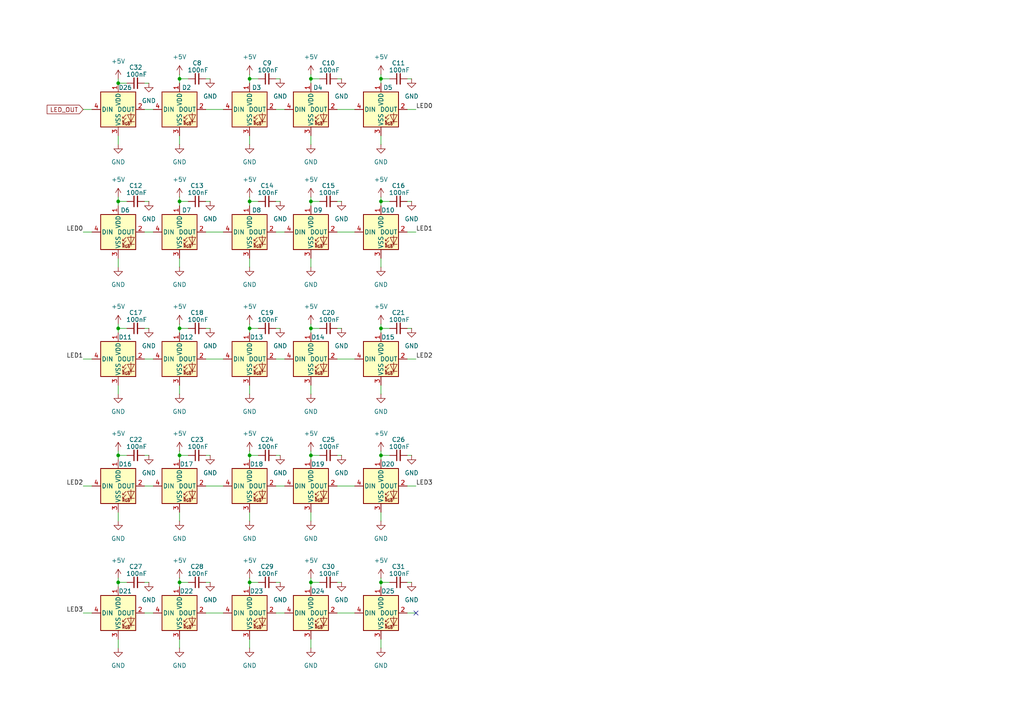
<source format=kicad_sch>
(kicad_sch (version 20250114) (generator "eeschema") (generator_version "9.0")
  (paper "A4")
  (lib_symbols
    (symbol "Device:C_Small" (pin_numbers (hide yes)) (pin_names (offset 0.254) (hide yes))
      (property "Reference" "C" (at 0.254 1.778 0))
      (property "Value" "C_Small" (at 0.254 -2.032 0))
      (symbol "C_Small_0_1"
        (polyline (pts (xy -1.524 0.508) (xy 1.524 0.508)) (stroke (width 0.3048)))
        (polyline (pts (xy -1.524 -0.508) (xy 1.524 -0.508)) (stroke (width 0.3302)))
      )
      (symbol "C_Small_1_1"
        (pin passive line (at 0 2.54 270) (length 2.032) (name "~") (number "1"))
        (pin passive line (at 0 -2.54 90) (length 2.032) (name "~") (number "2"))
      )
    )
    (symbol "LED:WS2812B" (pin_names (offset 0.254))
      (property "Reference" "D" (at 5.08 5.715 0))
      (property "Value" "WS2812B" (at 1.27 -5.715 0))
      (symbol "WS2812B_0_0"
        (text "RGB" (at 2.286 -4.191 0) (effects (font (size 0.762 0.762))))
      )
      (symbol "WS2812B_0_1"
        (polyline (pts (xy 1.27 -2.54) (xy 1.778 -2.54)))
        (polyline (pts (xy 1.27 -3.556) (xy 1.778 -3.556)))
        (polyline (pts (xy 2.286 -1.524) (xy 1.27 -2.54) (xy 1.27 -2.032)))
        (polyline (pts (xy 2.286 -2.54) (xy 1.27 -3.556) (xy 1.27 -3.048)))
        (polyline (pts (xy 3.683 -1.016) (xy 3.683 -3.556) (xy 3.683 -4.064)))
        (polyline (pts (xy 4.699 -1.524) (xy 2.667 -1.524) (xy 3.683 -3.556) (xy 4.699 -1.524)))
        (polyline (pts (xy 4.699 -3.556) (xy 2.667 -3.556)))
        (rectangle (start 5.08 5.08) (end -5.08 -5.08) (stroke (width 0.254)) (fill (type background)))
      )
      (symbol "WS2812B_1_1"
        (pin input line (at -7.62 0 0) (length 2.54) (name "DIN") (number "4"))
        (pin power_in line (at 0 7.62 270) (length 2.54) (name "VDD") (number "1"))
        (pin power_in line (at 0 -7.62 90) (length 2.54) (name "VSS") (number "3"))
        (pin output line (at 7.62 0 180) (length 2.54) (name "DOUT") (number "2"))
      )
    )
    (symbol "power:+5V" (power) (pin_numbers (hide yes)) (pin_names (offset 0) (hide yes))
      (property "Value" "+5V" (at 0 3.556 0))
      (symbol "+5V_0_1"
        (polyline (pts (xy -0.762 1.27) (xy 0 2.54)))
        (polyline (pts (xy 0 2.54) (xy 0.762 1.27)))
        (polyline (pts (xy 0 0) (xy 0 2.54)))
      )
      (symbol "+5V_1_1"
        (pin power_in line (at 0 0 90) (length 0) (name "~") (number "1"))
      )
    )
    (symbol "power:GND" (power) (pin_numbers (hide yes)) (pin_names (offset 0) (hide yes))
      (property "Value" "GND" (at 0 -3.81 0))
      (symbol "GND_0_1"
        (polyline (pts (xy 0 0) (xy 0 -1.27) (xy 1.27 -1.27) (xy 0 -2.54) (xy -1.27 -1.27) (xy 0 -1.27)))
      )
      (symbol "GND_1_1"
        (pin power_in line (at 0 0 270) (length 0) (name "~") (number "1"))
      )
    )
  )
  (junction (at 90.17 22.86))
  (junction (at 90.17 95.25))
  (junction (at 72.39 168.91))
  (junction (at 34.29 24.13))
  (junction (at 72.39 58.42))
  (junction (at 72.39 22.86))
  (junction (at 34.29 168.91))
  (junction (at 110.49 58.42))
  (junction (at 34.29 132.08))
  (junction (at 72.39 132.08))
  (junction (at 110.49 132.08))
  (junction (at 52.07 168.91))
  (junction (at 110.49 168.91))
  (junction (at 90.17 168.91))
  (junction (at 72.39 95.25))
  (junction (at 110.49 22.86))
  (junction (at 52.07 22.86))
  (junction (at 110.49 95.25))
  (junction (at 90.17 58.42))
  (junction (at 52.07 58.42))
  (junction (at 52.07 95.25))
  (junction (at 52.07 132.08))
  (junction (at 34.29 58.42))
  (junction (at 90.17 132.08))
  (junction (at 34.29 95.25))
  (no_connect (at 120.65 177.8))
  (wire (pts (xy 90.17 168.91) (xy 92.71 168.91)))
  (wire (pts (xy 72.39 95.25) (xy 72.39 96.52)))
  (wire (pts (xy 118.11 31.75) (xy 120.65 31.75)))
  (wire (pts (xy 52.07 21.59) (xy 52.07 22.86)))
  (wire (pts (xy 34.29 95.25) (xy 34.29 96.52)))
  (wire (pts (xy 52.07 95.25) (xy 54.61 95.25)))
  (wire (pts (xy 90.17 168.91) (xy 90.17 170.18)))
  (wire (pts (xy 110.49 39.37) (xy 110.49 41.91)))
  (wire (pts (xy 52.07 148.59) (xy 52.07 151.13)))
  (wire (pts (xy 72.39 22.86) (xy 74.93 22.86)))
  (wire (pts (xy 110.49 132.08) (xy 113.03 132.08)))
  (wire (pts (xy 80.01 132.08) (xy 81.28 132.08)))
  (wire (pts (xy 24.13 67.31) (xy 26.67 67.31)))
  (wire (pts (xy 34.29 22.86) (xy 34.29 24.13)))
  (wire (pts (xy 72.39 185.42) (xy 72.39 187.96)))
  (wire (pts (xy 90.17 58.42) (xy 92.71 58.42)))
  (wire (pts (xy 72.39 132.08) (xy 72.39 133.35)))
  (wire (pts (xy 52.07 22.86) (xy 54.61 22.86)))
  (wire (pts (xy 80.01 31.75) (xy 82.55 31.75)))
  (wire (pts (xy 59.69 67.31) (xy 64.77 67.31)))
  (wire (pts (xy 41.91 67.31) (xy 44.45 67.31)))
  (wire (pts (xy 110.49 130.81) (xy 110.49 132.08)))
  (wire (pts (xy 110.49 185.42) (xy 110.49 187.96)))
  (wire (pts (xy 90.17 185.42) (xy 90.17 187.96)))
  (wire (pts (xy 34.29 93.98) (xy 34.29 95.25)))
  (wire (pts (xy 34.29 185.42) (xy 34.29 187.96)))
  (wire (pts (xy 97.79 177.8) (xy 102.87 177.8)))
  (wire (pts (xy 90.17 57.15) (xy 90.17 58.42)))
  (wire (pts (xy 52.07 39.37) (xy 52.07 41.91)))
  (wire (pts (xy 34.29 74.93) (xy 34.29 77.47)))
  (wire (pts (xy 90.17 148.59) (xy 90.17 151.13)))
  (wire (pts (xy 34.29 24.13) (xy 34.29 25.4)))
  (wire (pts (xy 34.29 24.13) (xy 36.83 24.13)))
  (wire (pts (xy 110.49 22.86) (xy 110.49 24.13)))
  (wire (pts (xy 41.91 24.13) (xy 43.18 24.13)))
  (wire (pts (xy 41.91 104.14) (xy 44.45 104.14)))
  (wire (pts (xy 80.01 22.86) (xy 81.28 22.86)))
  (wire (pts (xy 110.49 21.59) (xy 110.49 22.86)))
  (wire (pts (xy 80.01 177.8) (xy 82.55 177.8)))
  (wire (pts (xy 118.11 95.25) (xy 119.38 95.25)))
  (wire (pts (xy 59.69 95.25) (xy 60.96 95.25)))
  (wire (pts (xy 80.01 104.14) (xy 82.55 104.14)))
  (wire (pts (xy 90.17 130.81) (xy 90.17 132.08)))
  (wire (pts (xy 72.39 132.08) (xy 74.93 132.08)))
  (wire (pts (xy 24.13 104.14) (xy 26.67 104.14)))
  (wire (pts (xy 59.69 58.42) (xy 60.96 58.42)))
  (wire (pts (xy 52.07 57.15) (xy 52.07 58.42)))
  (wire (pts (xy 34.29 39.37) (xy 34.29 41.91)))
  (wire (pts (xy 72.39 167.64) (xy 72.39 168.91)))
  (wire (pts (xy 34.29 95.25) (xy 36.83 95.25)))
  (wire (pts (xy 52.07 95.25) (xy 52.07 96.52)))
  (wire (pts (xy 110.49 58.42) (xy 113.03 58.42)))
  (wire (pts (xy 34.29 168.91) (xy 36.83 168.91)))
  (wire (pts (xy 80.01 58.42) (xy 81.28 58.42)))
  (wire (pts (xy 59.69 31.75) (xy 64.77 31.75)))
  (wire (pts (xy 110.49 111.76) (xy 110.49 114.3)))
  (wire (pts (xy 41.91 31.75) (xy 44.45 31.75)))
  (wire (pts (xy 59.69 132.08) (xy 60.96 132.08)))
  (wire (pts (xy 52.07 130.81) (xy 52.07 132.08)))
  (wire (pts (xy 97.79 95.25) (xy 99.06 95.25)))
  (wire (pts (xy 72.39 95.25) (xy 74.93 95.25)))
  (wire (pts (xy 90.17 167.64) (xy 90.17 168.91)))
  (wire (pts (xy 118.11 22.86) (xy 119.38 22.86)))
  (wire (pts (xy 34.29 148.59) (xy 34.29 151.13)))
  (wire (pts (xy 90.17 132.08) (xy 92.71 132.08)))
  (wire (pts (xy 72.39 39.37) (xy 72.39 41.91)))
  (wire (pts (xy 90.17 58.42) (xy 90.17 59.69)))
  (wire (pts (xy 34.29 57.15) (xy 34.29 58.42)))
  (wire (pts (xy 72.39 58.42) (xy 74.93 58.42)))
  (wire (pts (xy 72.39 22.86) (xy 72.39 24.13)))
  (wire (pts (xy 118.11 104.14) (xy 120.65 104.14)))
  (wire (pts (xy 110.49 93.98) (xy 110.49 95.25)))
  (wire (pts (xy 41.91 177.8) (xy 44.45 177.8)))
  (wire (pts (xy 34.29 58.42) (xy 34.29 59.69)))
  (wire (pts (xy 97.79 22.86) (xy 99.06 22.86)))
  (wire (pts (xy 90.17 95.25) (xy 92.71 95.25)))
  (wire (pts (xy 90.17 22.86) (xy 92.71 22.86)))
  (wire (pts (xy 41.91 95.25) (xy 43.18 95.25)))
  (wire (pts (xy 52.07 58.42) (xy 54.61 58.42)))
  (wire (pts (xy 110.49 132.08) (xy 110.49 133.35)))
  (wire (pts (xy 118.11 67.31) (xy 120.65 67.31)))
  (wire (pts (xy 110.49 58.42) (xy 110.49 59.69)))
  (wire (pts (xy 41.91 132.08) (xy 43.18 132.08)))
  (wire (pts (xy 110.49 95.25) (xy 113.03 95.25)))
  (wire (pts (xy 52.07 185.42) (xy 52.07 187.96)))
  (wire (pts (xy 34.29 132.08) (xy 34.29 133.35)))
  (wire (pts (xy 59.69 177.8) (xy 64.77 177.8)))
  (wire (pts (xy 52.07 111.76) (xy 52.07 114.3)))
  (wire (pts (xy 72.39 130.81) (xy 72.39 132.08)))
  (wire (pts (xy 72.39 57.15) (xy 72.39 58.42)))
  (wire (pts (xy 59.69 104.14) (xy 64.77 104.14)))
  (wire (pts (xy 34.29 168.91) (xy 34.29 170.18)))
  (wire (pts (xy 118.11 168.91) (xy 119.38 168.91)))
  (wire (pts (xy 110.49 167.64) (xy 110.49 168.91)))
  (wire (pts (xy 97.79 67.31) (xy 102.87 67.31)))
  (wire (pts (xy 90.17 74.93) (xy 90.17 77.47)))
  (wire (pts (xy 110.49 168.91) (xy 110.49 170.18)))
  (wire (pts (xy 59.69 140.97) (xy 64.77 140.97)))
  (wire (pts (xy 80.01 140.97) (xy 82.55 140.97)))
  (wire (pts (xy 24.13 177.8) (xy 26.67 177.8)))
  (wire (pts (xy 118.11 140.97) (xy 120.65 140.97)))
  (wire (pts (xy 52.07 167.64) (xy 52.07 168.91)))
  (wire (pts (xy 72.39 58.42) (xy 72.39 59.69)))
  (wire (pts (xy 34.29 130.81) (xy 34.29 132.08)))
  (wire (pts (xy 34.29 111.76) (xy 34.29 114.3)))
  (wire (pts (xy 90.17 21.59) (xy 90.17 22.86)))
  (wire (pts (xy 110.49 148.59) (xy 110.49 151.13)))
  (wire (pts (xy 52.07 22.86) (xy 52.07 24.13)))
  (wire (pts (xy 72.39 148.59) (xy 72.39 151.13)))
  (wire (pts (xy 110.49 168.91) (xy 113.03 168.91)))
  (wire (pts (xy 90.17 93.98) (xy 90.17 95.25)))
  (wire (pts (xy 72.39 93.98) (xy 72.39 95.25)))
  (wire (pts (xy 118.11 132.08) (xy 119.38 132.08)))
  (wire (pts (xy 72.39 168.91) (xy 74.93 168.91)))
  (wire (pts (xy 59.69 168.91) (xy 60.96 168.91)))
  (wire (pts (xy 34.29 132.08) (xy 36.83 132.08)))
  (wire (pts (xy 90.17 39.37) (xy 90.17 41.91)))
  (wire (pts (xy 41.91 58.42) (xy 43.18 58.42)))
  (wire (pts (xy 110.49 74.93) (xy 110.49 77.47)))
  (wire (pts (xy 80.01 95.25) (xy 81.28 95.25)))
  (wire (pts (xy 118.11 177.8) (xy 120.65 177.8)))
  (wire (pts (xy 59.69 22.86) (xy 60.96 22.86)))
  (wire (pts (xy 110.49 57.15) (xy 110.49 58.42)))
  (wire (pts (xy 24.13 31.75) (xy 26.67 31.75)))
  (wire (pts (xy 72.39 168.91) (xy 72.39 170.18)))
  (wire (pts (xy 52.07 132.08) (xy 54.61 132.08)))
  (wire (pts (xy 52.07 74.93) (xy 52.07 77.47)))
  (wire (pts (xy 52.07 132.08) (xy 52.07 133.35)))
  (wire (pts (xy 52.07 168.91) (xy 52.07 170.18)))
  (wire (pts (xy 90.17 111.76) (xy 90.17 114.3)))
  (wire (pts (xy 52.07 168.91) (xy 54.61 168.91)))
  (wire (pts (xy 41.91 168.91) (xy 43.18 168.91)))
  (wire (pts (xy 72.39 74.93) (xy 72.39 77.47)))
  (wire (pts (xy 97.79 31.75) (xy 102.87 31.75)))
  (wire (pts (xy 97.79 132.08) (xy 99.06 132.08)))
  (wire (pts (xy 34.29 58.42) (xy 36.83 58.42)))
  (wire (pts (xy 118.11 58.42) (xy 119.38 58.42)))
  (wire (pts (xy 52.07 58.42) (xy 52.07 59.69)))
  (wire (pts (xy 80.01 168.91) (xy 81.28 168.91)))
  (wire (pts (xy 52.07 93.98) (xy 52.07 95.25)))
  (wire (pts (xy 97.79 104.14) (xy 102.87 104.14)))
  (wire (pts (xy 80.01 67.31) (xy 82.55 67.31)))
  (wire (pts (xy 72.39 111.76) (xy 72.39 114.3)))
  (wire (pts (xy 110.49 95.25) (xy 110.49 96.52)))
  (wire (pts (xy 72.39 21.59) (xy 72.39 22.86)))
  (wire (pts (xy 90.17 95.25) (xy 90.17 96.52)))
  (wire (pts (xy 90.17 22.86) (xy 90.17 24.13)))
  (wire (pts (xy 24.13 140.97) (xy 26.67 140.97)))
  (wire (pts (xy 110.49 22.86) (xy 113.03 22.86)))
  (wire (pts (xy 97.79 140.97) (xy 102.87 140.97)))
  (wire (pts (xy 41.91 140.97) (xy 44.45 140.97)))
  (wire (pts (xy 97.79 168.91) (xy 99.06 168.91)))
  (wire (pts (xy 97.79 58.42) (xy 99.06 58.42)))
  (wire (pts (xy 34.29 167.64) (xy 34.29 168.91)))
  (wire (pts (xy 90.17 132.08) (xy 90.17 133.35)))
  (label "LED0" (at 24.13 67.31 180))
  (label "LED2" (at 24.13 140.97 180))
  (label "LED3" (at 24.13 177.8 180))
  (label "LED1" (at 120.65 67.31 0))
  (label "LED0" (at 120.65 31.75 0))
  (label "LED3" (at 120.65 140.97 0))
  (label "LED1" (at 24.13 104.14 180))
  (label "LED2" (at 120.65 104.14 0))
  (global_label "LED_OUT" (shape input) (at 24.13 31.75 180) (property "Intersheetrefs" "${INTERSHEET_REFS}" (effects (hide yes))))
  (symbol (lib_id "power:GND") (at 34.29 77.47 0) (unit 1)
    (property "Reference" "#PWR039" (effects (hide yes)))
    (property "Value" "GND" (at 34.29 82.55 0))
    (property "Description" "Power symbol creates a global label with name \"GND\" , ground" (effects (hide yes)))
  )
  (symbol (lib_id "power:GND") (at 99.06 58.42 0) (unit 1)
    (property "Reference" "#PWR049" (effects (hide yes)))
    (property "Value" "GND" (at 99.06 63.5 0))
    (property "Description" "Power symbol creates a global label with name \"GND\" , ground" (effects (hide yes)))
  )
  (symbol (lib_id "LED:WS2812B") (at 34.29 67.31 0) (unit 1)
    (property "Reference" "D6" (at 36.322 60.96 0))
    (property "Value" "WS2812B" (effects (hide yes)))
    (property "Footprint" "LED_SMD:LED_WS2812B_PLCC4_5.0x5.0mm_P3.2mm" (effects (hide yes)))
    (property "Datasheet" "https://cdn-shop.adafruit.com/datasheets/WS2812B.pdf" (effects (hide yes)))
    (property "Description" "RGB LED with integrated controller" (effects (hide yes)))
  )
  (symbol (lib_id "power:GND") (at 90.17 77.47 0) (unit 1)
    (property "Reference" "#PWR048" (effects (hide yes)))
    (property "Value" "GND" (at 90.17 82.55 0))
    (property "Description" "Power symbol creates a global label with name \"GND\" , ground" (effects (hide yes)))
  )
  (symbol (lib_id "LED:WS2812B") (at 110.49 104.14 0) (unit 1)
    (property "Reference" "D15" (at 112.522 97.79 0))
    (property "Value" "WS2812B" (effects (hide yes)))
    (property "Footprint" "LED_SMD:LED_WS2812B_PLCC4_5.0x5.0mm_P3.2mm" (effects (hide yes)))
    (property "Datasheet" "https://cdn-shop.adafruit.com/datasheets/WS2812B.pdf" (effects (hide yes)))
    (property "Description" "RGB LED with integrated controller" (effects (hide yes)))
  )
  (symbol (lib_id "Device:C_Small") (at 39.37 58.42 90) (unit 1)
    (property "Reference" "C12" (at 39.37 53.848 90))
    (property "Value" "100nF" (at 39.624 55.88 90))
    (property "Footprint" "Capacitor_SMD:C_0402_1005Metric" (effects (hide yes)))
    (property "Description" "Unpolarized capacitor, small symbol" (effects (hide yes)))
  )
  (symbol (lib_id "LED:WS2812B") (at 52.07 67.31 0) (unit 1)
    (property "Reference" "D7" (at 54.102 60.96 0))
    (property "Value" "WS2812B" (effects (hide yes)))
    (property "Footprint" "LED_SMD:LED_WS2812B_PLCC4_5.0x5.0mm_P3.2mm" (effects (hide yes)))
    (property "Datasheet" "https://cdn-shop.adafruit.com/datasheets/WS2812B.pdf" (effects (hide yes)))
    (property "Description" "RGB LED with integrated controller" (effects (hide yes)))
  )
  (symbol (lib_id "power:+5V") (at 72.39 130.81 0) (unit 1)
    (property "Reference" "#PWR076" (effects (hide yes)))
    (property "Value" "+5V" (at 72.39 125.73 0))
    (property "Description" "Power symbol creates a global label with name \"+5V\"" (effects (hide yes)))
  )
  (symbol (lib_id "power:GND") (at 81.28 58.42 0) (unit 1)
    (property "Reference" "#PWR046" (effects (hide yes)))
    (property "Value" "GND" (at 81.28 63.5 0))
    (property "Description" "Power symbol creates a global label with name \"GND\" , ground" (effects (hide yes)))
  )
  (symbol (lib_id "Device:C_Small") (at 57.15 95.25 90) (unit 1)
    (property "Reference" "C18" (at 57.15 90.678 90))
    (property "Value" "100nF" (at 57.404 92.71 90))
    (property "Footprint" "Capacitor_SMD:C_0402_1005Metric" (effects (hide yes)))
    (property "Description" "Unpolarized capacitor, small symbol" (effects (hide yes)))
  )
  (symbol (lib_id "Device:C_Small") (at 77.47 132.08 90) (unit 1)
    (property "Reference" "C24" (at 77.47 127.508 90))
    (property "Value" "100nF" (at 77.724 129.54 90))
    (property "Footprint" "Capacitor_SMD:C_0402_1005Metric" (effects (hide yes)))
    (property "Description" "Unpolarized capacitor, small symbol" (effects (hide yes)))
  )
  (symbol (lib_id "LED:WS2812B") (at 72.39 104.14 0) (unit 1)
    (property "Reference" "D13" (at 74.422 97.79 0))
    (property "Value" "WS2812B" (effects (hide yes)))
    (property "Footprint" "LED_SMD:LED_WS2812B_PLCC4_5.0x5.0mm_P3.2mm" (effects (hide yes)))
    (property "Datasheet" "https://cdn-shop.adafruit.com/datasheets/WS2812B.pdf" (effects (hide yes)))
    (property "Description" "RGB LED with integrated controller" (effects (hide yes)))
  )
  (symbol (lib_id "power:+5V") (at 52.07 21.59 0) (unit 1)
    (property "Reference" "#PWR026" (effects (hide yes)))
    (property "Value" "+5V" (at 52.07 16.51 0))
    (property "Description" "Power symbol creates a global label with name \"+5V\"" (effects (hide yes)))
  )
  (symbol (lib_id "power:GND") (at 99.06 132.08 0) (unit 1)
    (property "Reference" "#PWR081" (effects (hide yes)))
    (property "Value" "GND" (at 99.06 137.16 0))
    (property "Description" "Power symbol creates a global label with name \"GND\" , ground" (effects (hide yes)))
  )
  (symbol (lib_id "power:GND") (at 72.39 77.47 0) (unit 1)
    (property "Reference" "#PWR045" (effects (hide yes)))
    (property "Value" "GND" (at 72.39 82.55 0))
    (property "Description" "Power symbol creates a global label with name \"GND\" , ground" (effects (hide yes)))
  )
  (symbol (lib_id "power:+5V") (at 110.49 21.59 0) (unit 1)
    (property "Reference" "#PWR035" (effects (hide yes)))
    (property "Value" "+5V" (at 110.49 16.51 0))
    (property "Description" "Power symbol creates a global label with name \"+5V\"" (effects (hide yes)))
  )
  (symbol (lib_id "power:GND") (at 34.29 187.96 0) (unit 1)
    (property "Reference" "#PWR086" (effects (hide yes)))
    (property "Value" "GND" (at 34.29 193.04 0))
    (property "Description" "Power symbol creates a global label with name \"GND\" , ground" (effects (hide yes)))
  )
  (symbol (lib_id "power:GND") (at 72.39 41.91 0) (unit 1)
    (property "Reference" "#PWR030" (effects (hide yes)))
    (property "Value" "GND" (at 72.39 46.99 0))
    (property "Description" "Power symbol creates a global label with name \"GND\" , ground" (effects (hide yes)))
  )
  (symbol (lib_id "LED:WS2812B") (at 52.07 177.8 0) (unit 1)
    (property "Reference" "D22" (at 54.102 171.45 0))
    (property "Value" "WS2812B" (effects (hide yes)))
    (property "Footprint" "LED_SMD:LED_WS2812B_PLCC4_5.0x5.0mm_P3.2mm" (effects (hide yes)))
    (property "Datasheet" "https://cdn-shop.adafruit.com/datasheets/WS2812B.pdf" (effects (hide yes)))
    (property "Description" "RGB LED with integrated controller" (effects (hide yes)))
  )
  (symbol (lib_id "power:+5V") (at 90.17 57.15 0) (unit 1)
    (property "Reference" "#PWR047" (effects (hide yes)))
    (property "Value" "+5V" (at 90.17 52.07 0))
    (property "Description" "Power symbol creates a global label with name \"+5V\"" (effects (hide yes)))
  )
  (symbol (lib_id "LED:WS2812B") (at 110.49 140.97 0) (unit 1)
    (property "Reference" "D20" (at 112.522 134.62 0))
    (property "Value" "WS2812B" (effects (hide yes)))
    (property "Footprint" "LED_SMD:LED_WS2812B_PLCC4_5.0x5.0mm_P3.2mm" (effects (hide yes)))
    (property "Datasheet" "https://cdn-shop.adafruit.com/datasheets/WS2812B.pdf" (effects (hide yes)))
    (property "Description" "RGB LED with integrated controller" (effects (hide yes)))
  )
  (symbol (lib_id "LED:WS2812B") (at 110.49 67.31 0) (unit 1)
    (property "Reference" "D10" (at 112.522 60.96 0))
    (property "Value" "WS2812B" (effects (hide yes)))
    (property "Footprint" "LED_SMD:LED_WS2812B_PLCC4_5.0x5.0mm_P3.2mm" (effects (hide yes)))
    (property "Datasheet" "https://cdn-shop.adafruit.com/datasheets/WS2812B.pdf" (effects (hide yes)))
    (property "Description" "RGB LED with integrated controller" (effects (hide yes)))
  )
  (symbol (lib_id "power:GND") (at 52.07 187.96 0) (unit 1)
    (property "Reference" "#PWR089" (effects (hide yes)))
    (property "Value" "GND" (at 52.07 193.04 0))
    (property "Description" "Power symbol creates a global label with name \"GND\" , ground" (effects (hide yes)))
  )
  (symbol (lib_id "power:GND") (at 81.28 95.25 0) (unit 1)
    (property "Reference" "#PWR061" (effects (hide yes)))
    (property "Value" "GND" (at 81.28 100.33 0))
    (property "Description" "Power symbol creates a global label with name \"GND\" , ground" (effects (hide yes)))
  )
  (symbol (lib_id "Device:C_Small") (at 39.37 168.91 90) (unit 1)
    (property "Reference" "C27" (at 39.37 164.338 90))
    (property "Value" "100nF" (at 39.624 166.37 90))
    (property "Footprint" "Capacitor_SMD:C_0402_1005Metric" (effects (hide yes)))
    (property "Description" "Unpolarized capacitor, small symbol" (effects (hide yes)))
  )
  (symbol (lib_id "Device:C_Small") (at 115.57 58.42 90) (unit 1)
    (property "Reference" "C16" (at 115.57 53.848 90))
    (property "Value" "100nF" (at 115.824 55.88 90))
    (property "Footprint" "Capacitor_SMD:C_0402_1005Metric" (effects (hide yes)))
    (property "Description" "Unpolarized capacitor, small symbol" (effects (hide yes)))
  )
  (symbol (lib_id "power:GND") (at 43.18 95.25 0) (unit 1)
    (property "Reference" "#PWR055" (effects (hide yes)))
    (property "Value" "GND" (at 43.18 100.33 0))
    (property "Description" "Power symbol creates a global label with name \"GND\" , ground" (effects (hide yes)))
  )
  (symbol (lib_id "power:GND") (at 90.17 187.96 0) (unit 1)
    (property "Reference" "#PWR095" (effects (hide yes)))
    (property "Value" "GND" (at 90.17 193.04 0))
    (property "Description" "Power symbol creates a global label with name \"GND\" , ground" (effects (hide yes)))
  )
  (symbol (lib_id "power:GND") (at 90.17 41.91 0) (unit 1)
    (property "Reference" "#PWR033" (effects (hide yes)))
    (property "Value" "GND" (at 90.17 46.99 0))
    (property "Description" "Power symbol creates a global label with name \"GND\" , ground" (effects (hide yes)))
  )
  (symbol (lib_id "LED:WS2812B") (at 90.17 31.75 0) (unit 1)
    (property "Reference" "D4" (at 92.202 25.4 0))
    (property "Value" "WS2812B" (effects (hide yes)))
    (property "Footprint" "LED_SMD:LED_WS2812B_PLCC4_5.0x5.0mm_P3.2mm" (effects (hide yes)))
    (property "Datasheet" "https://cdn-shop.adafruit.com/datasheets/WS2812B.pdf" (effects (hide yes)))
    (property "Description" "RGB LED with integrated controller" (effects (hide yes)))
  )
  (symbol (lib_id "Device:C_Small") (at 39.37 132.08 90) (unit 1)
    (property "Reference" "C22" (at 39.37 127.508 90))
    (property "Value" "100nF" (at 39.624 129.54 90))
    (property "Footprint" "Capacitor_SMD:C_0402_1005Metric" (effects (hide yes)))
    (property "Description" "Unpolarized capacitor, small symbol" (effects (hide yes)))
  )
  (symbol (lib_id "Device:C_Small") (at 115.57 168.91 90) (unit 1)
    (property "Reference" "C31" (at 115.57 164.338 90))
    (property "Value" "100nF" (at 115.824 166.37 90))
    (property "Footprint" "Capacitor_SMD:C_0402_1005Metric" (effects (hide yes)))
    (property "Description" "Unpolarized capacitor, small symbol" (effects (hide yes)))
  )
  (symbol (lib_id "power:+5V") (at 52.07 167.64 0) (unit 1)
    (property "Reference" "#PWR088" (effects (hide yes)))
    (property "Value" "+5V" (at 52.07 162.56 0))
    (property "Description" "Power symbol creates a global label with name \"+5V\"" (effects (hide yes)))
  )
  (symbol (lib_id "power:GND") (at 81.28 22.86 0) (unit 1)
    (property "Reference" "#PWR031" (effects (hide yes)))
    (property "Value" "GND" (at 81.28 27.94 0))
    (property "Description" "Power symbol creates a global label with name \"GND\" , ground" (effects (hide yes)))
  )
  (symbol (lib_id "power:GND") (at 34.29 41.91 0) (unit 1)
    (property "Reference" "#PWR0102" (effects (hide yes)))
    (property "Value" "GND" (at 34.29 46.99 0))
    (property "Description" "Power symbol creates a global label with name \"GND\" , ground" (effects (hide yes)))
  )
  (symbol (lib_id "power:GND") (at 110.49 77.47 0) (unit 1)
    (property "Reference" "#PWR051" (effects (hide yes)))
    (property "Value" "GND" (at 110.49 82.55 0))
    (property "Description" "Power symbol creates a global label with name \"GND\" , ground" (effects (hide yes)))
  )
  (symbol (lib_id "power:GND") (at 81.28 132.08 0) (unit 1)
    (property "Reference" "#PWR078" (effects (hide yes)))
    (property "Value" "GND" (at 81.28 137.16 0))
    (property "Description" "Power symbol creates a global label with name \"GND\" , ground" (effects (hide yes)))
  )
  (symbol (lib_id "power:GND") (at 90.17 151.13 0) (unit 1)
    (property "Reference" "#PWR080" (effects (hide yes)))
    (property "Value" "GND" (at 90.17 156.21 0))
    (property "Description" "Power symbol creates a global label with name \"GND\" , ground" (effects (hide yes)))
  )
  (symbol (lib_id "LED:WS2812B") (at 52.07 140.97 0) (unit 1)
    (property "Reference" "D17" (at 54.102 134.62 0))
    (property "Value" "WS2812B" (effects (hide yes)))
    (property "Footprint" "LED_SMD:LED_WS2812B_PLCC4_5.0x5.0mm_P3.2mm" (effects (hide yes)))
    (property "Datasheet" "https://cdn-shop.adafruit.com/datasheets/WS2812B.pdf" (effects (hide yes)))
    (property "Description" "RGB LED with integrated controller" (effects (hide yes)))
  )
  (symbol (lib_id "power:GND") (at 99.06 168.91 0) (unit 1)
    (property "Reference" "#PWR096" (effects (hide yes)))
    (property "Value" "GND" (at 99.06 173.99 0))
    (property "Description" "Power symbol creates a global label with name \"GND\" , ground" (effects (hide yes)))
  )
  (symbol (lib_id "power:GND") (at 34.29 151.13 0) (unit 1)
    (property "Reference" "#PWR071" (effects (hide yes)))
    (property "Value" "GND" (at 34.29 156.21 0))
    (property "Description" "Power symbol creates a global label with name \"GND\" , ground" (effects (hide yes)))
  )
  (symbol (lib_id "power:GND") (at 72.39 187.96 0) (unit 1)
    (property "Reference" "#PWR092" (effects (hide yes)))
    (property "Value" "GND" (at 72.39 193.04 0))
    (property "Description" "Power symbol creates a global label with name \"GND\" , ground" (effects (hide yes)))
  )
  (symbol (lib_id "power:GND") (at 99.06 22.86 0) (unit 1)
    (property "Reference" "#PWR034" (effects (hide yes)))
    (property "Value" "GND" (at 99.06 27.94 0))
    (property "Description" "Power symbol creates a global label with name \"GND\" , ground" (effects (hide yes)))
  )
  (symbol (lib_id "Device:C_Small") (at 77.47 168.91 90) (unit 1)
    (property "Reference" "C29" (at 77.47 164.338 90))
    (property "Value" "100nF" (at 77.724 166.37 90))
    (property "Footprint" "Capacitor_SMD:C_0402_1005Metric" (effects (hide yes)))
    (property "Description" "Unpolarized capacitor, small symbol" (effects (hide yes)))
  )
  (symbol (lib_id "Device:C_Small") (at 39.37 24.13 90) (unit 1)
    (property "Reference" "C32" (at 39.37 19.558 90))
    (property "Value" "100nF" (at 39.624 21.59 90))
    (property "Footprint" "Capacitor_SMD:C_0402_1005Metric" (effects (hide yes)))
    (property "Description" "Unpolarized capacitor, small symbol" (effects (hide yes)))
  )
  (symbol (lib_id "power:GND") (at 52.07 77.47 0) (unit 1)
    (property "Reference" "#PWR042" (effects (hide yes)))
    (property "Value" "GND" (at 52.07 82.55 0))
    (property "Description" "Power symbol creates a global label with name \"GND\" , ground" (effects (hide yes)))
  )
  (symbol (lib_id "Device:C_Small") (at 77.47 95.25 90) (unit 1)
    (property "Reference" "C19" (at 77.47 90.678 90))
    (property "Value" "100nF" (at 77.724 92.71 90))
    (property "Footprint" "Capacitor_SMD:C_0402_1005Metric" (effects (hide yes)))
    (property "Description" "Unpolarized capacitor, small symbol" (effects (hide yes)))
  )
  (symbol (lib_id "power:+5V") (at 34.29 57.15 0) (unit 1)
    (property "Reference" "#PWR038" (effects (hide yes)))
    (property "Value" "+5V" (at 34.29 52.07 0))
    (property "Description" "Power symbol creates a global label with name \"+5V\"" (effects (hide yes)))
  )
  (symbol (lib_id "Device:C_Small") (at 77.47 58.42 90) (unit 1)
    (property "Reference" "C14" (at 77.47 53.848 90))
    (property "Value" "100nF" (at 77.724 55.88 90))
    (property "Footprint" "Capacitor_SMD:C_0402_1005Metric" (effects (hide yes)))
    (property "Description" "Unpolarized capacitor, small symbol" (effects (hide yes)))
  )
  (symbol (lib_id "Device:C_Small") (at 57.15 132.08 90) (unit 1)
    (property "Reference" "C23" (at 57.15 127.508 90))
    (property "Value" "100nF" (at 57.404 129.54 90))
    (property "Footprint" "Capacitor_SMD:C_0402_1005Metric" (effects (hide yes)))
    (property "Description" "Unpolarized capacitor, small symbol" (effects (hide yes)))
  )
  (symbol (lib_id "power:GND") (at 119.38 58.42 0) (unit 1)
    (property "Reference" "#PWR052" (effects (hide yes)))
    (property "Value" "GND" (at 119.38 63.5 0))
    (property "Description" "Power symbol creates a global label with name \"GND\" , ground" (effects (hide yes)))
  )
  (symbol (lib_id "Device:C_Small") (at 57.15 58.42 90) (unit 1)
    (property "Reference" "C13" (at 57.15 53.848 90))
    (property "Value" "100nF" (at 57.404 55.88 90))
    (property "Footprint" "Capacitor_SMD:C_0402_1005Metric" (effects (hide yes)))
    (property "Description" "Unpolarized capacitor, small symbol" (effects (hide yes)))
  )
  (symbol (lib_id "power:+5V") (at 52.07 93.98 0) (unit 1)
    (property "Reference" "#PWR056" (effects (hide yes)))
    (property "Value" "+5V" (at 52.07 88.9 0))
    (property "Description" "Power symbol creates a global label with name \"+5V\"" (effects (hide yes)))
  )
  (symbol (lib_id "LED:WS2812B") (at 90.17 177.8 0) (unit 1)
    (property "Reference" "D24" (at 92.202 171.45 0))
    (property "Value" "WS2812B" (effects (hide yes)))
    (property "Footprint" "LED_SMD:LED_WS2812B_PLCC4_5.0x5.0mm_P3.2mm" (effects (hide yes)))
    (property "Datasheet" "https://cdn-shop.adafruit.com/datasheets/WS2812B.pdf" (effects (hide yes)))
    (property "Description" "RGB LED with integrated controller" (effects (hide yes)))
  )
  (symbol (lib_id "Device:C_Small") (at 95.25 168.91 90) (unit 1)
    (property "Reference" "C30" (at 95.25 164.338 90))
    (property "Value" "100nF" (at 95.504 166.37 90))
    (property "Footprint" "Capacitor_SMD:C_0402_1005Metric" (effects (hide yes)))
    (property "Description" "Unpolarized capacitor, small symbol" (effects (hide yes)))
  )
  (symbol (lib_id "LED:WS2812B") (at 52.07 31.75 0) (unit 1)
    (property "Reference" "D2" (at 54.102 25.4 0))
    (property "Value" "WS2812B" (effects (hide yes)))
    (property "Footprint" "LED_SMD:LED_WS2812B_PLCC4_5.0x5.0mm_P3.2mm" (effects (hide yes)))
    (property "Datasheet" "https://cdn-shop.adafruit.com/datasheets/WS2812B.pdf" (effects (hide yes)))
    (property "Description" "RGB LED with integrated controller" (effects (hide yes)))
  )
  (symbol (lib_id "power:+5V") (at 90.17 93.98 0) (unit 1)
    (property "Reference" "#PWR062" (effects (hide yes)))
    (property "Value" "+5V" (at 90.17 88.9 0))
    (property "Description" "Power symbol creates a global label with name \"+5V\"" (effects (hide yes)))
  )
  (symbol (lib_id "LED:WS2812B") (at 72.39 31.75 0) (unit 1)
    (property "Reference" "D3" (at 74.422 25.4 0))
    (property "Value" "WS2812B" (effects (hide yes)))
    (property "Footprint" "LED_SMD:LED_WS2812B_PLCC4_5.0x5.0mm_P3.2mm" (effects (hide yes)))
    (property "Datasheet" "https://cdn-shop.adafruit.com/datasheets/WS2812B.pdf" (effects (hide yes)))
    (property "Description" "RGB LED with integrated controller" (effects (hide yes)))
  )
  (symbol (lib_id "power:GND") (at 110.49 114.3 0) (unit 1)
    (property "Reference" "#PWR066" (effects (hide yes)))
    (property "Value" "GND" (at 110.49 119.38 0))
    (property "Description" "Power symbol creates a global label with name \"GND\" , ground" (effects (hide yes)))
  )
  (symbol (lib_id "LED:WS2812B") (at 90.17 140.97 0) (unit 1)
    (property "Reference" "D19" (at 92.202 134.62 0))
    (property "Value" "WS2812B" (effects (hide yes)))
    (property "Footprint" "LED_SMD:LED_WS2812B_PLCC4_5.0x5.0mm_P3.2mm" (effects (hide yes)))
    (property "Datasheet" "https://cdn-shop.adafruit.com/datasheets/WS2812B.pdf" (effects (hide yes)))
    (property "Description" "RGB LED with integrated controller" (effects (hide yes)))
  )
  (symbol (lib_id "LED:WS2812B") (at 34.29 31.75 0) (unit 1)
    (property "Reference" "D26" (at 36.322 25.4 0))
    (property "Value" "WS2812B" (effects (hide yes)))
    (property "Footprint" "LED_SMD:LED_WS2812B_PLCC4_5.0x5.0mm_P3.2mm" (effects (hide yes)))
    (property "Datasheet" "https://cdn-shop.adafruit.com/datasheets/WS2812B.pdf" (effects (hide yes)))
    (property "Description" "RGB LED with integrated controller" (effects (hide yes)))
  )
  (symbol (lib_id "power:+5V") (at 72.39 93.98 0) (unit 1)
    (property "Reference" "#PWR059" (effects (hide yes)))
    (property "Value" "+5V" (at 72.39 88.9 0))
    (property "Description" "Power symbol creates a global label with name \"+5V\"" (effects (hide yes)))
  )
  (symbol (lib_id "power:+5V") (at 34.29 93.98 0) (unit 1)
    (property "Reference" "#PWR053" (effects (hide yes)))
    (property "Value" "+5V" (at 34.29 88.9 0))
    (property "Description" "Power symbol creates a global label with name \"+5V\"" (effects (hide yes)))
  )
  (symbol (lib_id "power:GND") (at 119.38 95.25 0) (unit 1)
    (property "Reference" "#PWR067" (effects (hide yes)))
    (property "Value" "GND" (at 119.38 100.33 0))
    (property "Description" "Power symbol creates a global label with name \"GND\" , ground" (effects (hide yes)))
  )
  (symbol (lib_id "power:GND") (at 110.49 151.13 0) (unit 1)
    (property "Reference" "#PWR083" (effects (hide yes)))
    (property "Value" "GND" (at 110.49 156.21 0))
    (property "Description" "Power symbol creates a global label with name \"GND\" , ground" (effects (hide yes)))
  )
  (symbol (lib_id "power:+5V") (at 72.39 57.15 0) (unit 1)
    (property "Reference" "#PWR044" (effects (hide yes)))
    (property "Value" "+5V" (at 72.39 52.07 0))
    (property "Description" "Power symbol creates a global label with name \"+5V\"" (effects (hide yes)))
  )
  (symbol (lib_id "LED:WS2812B") (at 72.39 140.97 0) (unit 1)
    (property "Reference" "D18" (at 74.422 134.62 0))
    (property "Value" "WS2812B" (effects (hide yes)))
    (property "Footprint" "LED_SMD:LED_WS2812B_PLCC4_5.0x5.0mm_P3.2mm" (effects (hide yes)))
    (property "Datasheet" "https://cdn-shop.adafruit.com/datasheets/WS2812B.pdf" (effects (hide yes)))
    (property "Description" "RGB LED with integrated controller" (effects (hide yes)))
  )
  (symbol (lib_id "power:+5V") (at 90.17 167.64 0) (unit 1)
    (property "Reference" "#PWR094" (effects (hide yes)))
    (property "Value" "+5V" (at 90.17 162.56 0))
    (property "Description" "Power symbol creates a global label with name \"+5V\"" (effects (hide yes)))
  )
  (symbol (lib_id "power:+5V") (at 72.39 167.64 0) (unit 1)
    (property "Reference" "#PWR091" (effects (hide yes)))
    (property "Value" "+5V" (at 72.39 162.56 0))
    (property "Description" "Power symbol creates a global label with name \"+5V\"" (effects (hide yes)))
  )
  (symbol (lib_id "power:GND") (at 60.96 58.42 0) (unit 1)
    (property "Reference" "#PWR043" (effects (hide yes)))
    (property "Value" "GND" (at 60.96 63.5 0))
    (property "Description" "Power symbol creates a global label with name \"GND\" , ground" (effects (hide yes)))
  )
  (symbol (lib_id "power:GND") (at 34.29 114.3 0) (unit 1)
    (property "Reference" "#PWR054" (effects (hide yes)))
    (property "Value" "GND" (at 34.29 119.38 0))
    (property "Description" "Power symbol creates a global label with name \"GND\" , ground" (effects (hide yes)))
  )
  (symbol (lib_id "Device:C_Small") (at 95.25 22.86 90) (unit 1)
    (property "Reference" "C10" (at 95.25 18.288 90))
    (property "Value" "100nF" (at 95.504 20.32 90))
    (property "Footprint" "Capacitor_SMD:C_0402_1005Metric" (effects (hide yes)))
    (property "Description" "Unpolarized capacitor, small symbol" (effects (hide yes)))
  )
  (symbol (lib_id "power:GND") (at 43.18 132.08 0) (unit 1)
    (property "Reference" "#PWR072" (effects (hide yes)))
    (property "Value" "GND" (at 43.18 137.16 0))
    (property "Description" "Power symbol creates a global label with name \"GND\" , ground" (effects (hide yes)))
  )
  (symbol (lib_id "power:GND") (at 52.07 41.91 0) (unit 1)
    (property "Reference" "#PWR027" (effects (hide yes)))
    (property "Value" "GND" (at 52.07 46.99 0))
    (property "Description" "Power symbol creates a global label with name \"GND\" , ground" (effects (hide yes)))
  )
  (symbol (lib_id "power:GND") (at 43.18 58.42 0) (unit 1)
    (property "Reference" "#PWR040" (effects (hide yes)))
    (property "Value" "GND" (at 43.18 63.5 0))
    (property "Description" "Power symbol creates a global label with name \"GND\" , ground" (effects (hide yes)))
  )
  (symbol (lib_id "power:GND") (at 60.96 22.86 0) (unit 1)
    (property "Reference" "#PWR028" (effects (hide yes)))
    (property "Value" "GND" (at 60.96 27.94 0))
    (property "Description" "Power symbol creates a global label with name \"GND\" , ground" (effects (hide yes)))
  )
  (symbol (lib_id "power:GND") (at 72.39 151.13 0) (unit 1)
    (property "Reference" "#PWR077" (effects (hide yes)))
    (property "Value" "GND" (at 72.39 156.21 0))
    (property "Description" "Power symbol creates a global label with name \"GND\" , ground" (effects (hide yes)))
  )
  (symbol (lib_id "power:GND") (at 119.38 132.08 0) (unit 1)
    (property "Reference" "#PWR084" (effects (hide yes)))
    (property "Value" "GND" (at 119.38 137.16 0))
    (property "Description" "Power symbol creates a global label with name \"GND\" , ground" (effects (hide yes)))
  )
  (symbol (lib_id "LED:WS2812B") (at 90.17 104.14 0) (unit 1)
    (property "Reference" "D14" (at 92.202 97.79 0))
    (property "Value" "WS2812B" (effects (hide yes)))
    (property "Footprint" "LED_SMD:LED_WS2812B_PLCC4_5.0x5.0mm_P3.2mm" (effects (hide yes)))
    (property "Datasheet" "https://cdn-shop.adafruit.com/datasheets/WS2812B.pdf" (effects (hide yes)))
    (property "Description" "RGB LED with integrated controller" (effects (hide yes)))
  )
  (symbol (lib_id "power:+5V") (at 72.39 21.59 0) (unit 1)
    (property "Reference" "#PWR029" (effects (hide yes)))
    (property "Value" "+5V" (at 72.39 16.51 0))
    (property "Description" "Power symbol creates a global label with name \"+5V\"" (effects (hide yes)))
  )
  (symbol (lib_id "LED:WS2812B") (at 90.17 67.31 0) (unit 1)
    (property "Reference" "D9" (at 92.202 60.96 0))
    (property "Value" "WS2812B" (effects (hide yes)))
    (property "Footprint" "LED_SMD:LED_WS2812B_PLCC4_5.0x5.0mm_P3.2mm" (effects (hide yes)))
    (property "Datasheet" "https://cdn-shop.adafruit.com/datasheets/WS2812B.pdf" (effects (hide yes)))
    (property "Description" "RGB LED with integrated controller" (effects (hide yes)))
  )
  (symbol (lib_id "power:GND") (at 60.96 95.25 0) (unit 1)
    (property "Reference" "#PWR058" (effects (hide yes)))
    (property "Value" "GND" (at 60.96 100.33 0))
    (property "Description" "Power symbol creates a global label with name \"GND\" , ground" (effects (hide yes)))
  )
  (symbol (lib_id "LED:WS2812B") (at 52.07 104.14 0) (unit 1)
    (property "Reference" "D12" (at 54.102 97.79 0))
    (property "Value" "WS2812B" (effects (hide yes)))
    (property "Footprint" "LED_SMD:LED_WS2812B_PLCC4_5.0x5.0mm_P3.2mm" (effects (hide yes)))
    (property "Datasheet" "https://cdn-shop.adafruit.com/datasheets/WS2812B.pdf" (effects (hide yes)))
    (property "Description" "RGB LED with integrated controller" (effects (hide yes)))
  )
  (symbol (lib_id "power:+5V") (at 110.49 57.15 0) (unit 1)
    (property "Reference" "#PWR050" (effects (hide yes)))
    (property "Value" "+5V" (at 110.49 52.07 0))
    (property "Description" "Power symbol creates a global label with name \"+5V\"" (effects (hide yes)))
  )
  (symbol (lib_id "Device:C_Small") (at 95.25 58.42 90) (unit 1)
    (property "Reference" "C15" (at 95.25 53.848 90))
    (property "Value" "100nF" (at 95.504 55.88 90))
    (property "Footprint" "Capacitor_SMD:C_0402_1005Metric" (effects (hide yes)))
    (property "Description" "Unpolarized capacitor, small symbol" (effects (hide yes)))
  )
  (symbol (lib_id "LED:WS2812B") (at 110.49 31.75 0) (unit 1)
    (property "Reference" "D5" (at 112.522 25.4 0))
    (property "Value" "WS2812B" (effects (hide yes)))
    (property "Footprint" "LED_SMD:LED_WS2812B_PLCC4_5.0x5.0mm_P3.2mm" (effects (hide yes)))
    (property "Datasheet" "https://cdn-shop.adafruit.com/datasheets/WS2812B.pdf" (effects (hide yes)))
    (property "Description" "RGB LED with integrated controller" (effects (hide yes)))
  )
  (symbol (lib_id "power:GND") (at 43.18 168.91 0) (unit 1)
    (property "Reference" "#PWR087" (effects (hide yes)))
    (property "Value" "GND" (at 43.18 173.99 0))
    (property "Description" "Power symbol creates a global label with name \"GND\" , ground" (effects (hide yes)))
  )
  (symbol (lib_id "power:+5V") (at 110.49 93.98 0) (unit 1)
    (property "Reference" "#PWR065" (effects (hide yes)))
    (property "Value" "+5V" (at 110.49 88.9 0))
    (property "Description" "Power symbol creates a global label with name \"+5V\"" (effects (hide yes)))
  )
  (symbol (lib_id "power:+5V") (at 34.29 22.86 0) (unit 1)
    (property "Reference" "#PWR0100" (effects (hide yes)))
    (property "Value" "+5V" (at 34.29 17.78 0))
    (property "Description" "Power symbol creates a global label with name \"+5V\"" (effects (hide yes)))
  )
  (symbol (lib_id "power:+5V") (at 52.07 57.15 0) (unit 1)
    (property "Reference" "#PWR041" (effects (hide yes)))
    (property "Value" "+5V" (at 52.07 52.07 0))
    (property "Description" "Power symbol creates a global label with name \"+5V\"" (effects (hide yes)))
  )
  (symbol (lib_id "power:+5V") (at 110.49 167.64 0) (unit 1)
    (property "Reference" "#PWR097" (effects (hide yes)))
    (property "Value" "+5V" (at 110.49 162.56 0))
    (property "Description" "Power symbol creates a global label with name \"+5V\"" (effects (hide yes)))
  )
  (symbol (lib_id "power:+5V") (at 34.29 130.81 0) (unit 1)
    (property "Reference" "#PWR070" (effects (hide yes)))
    (property "Value" "+5V" (at 34.29 125.73 0))
    (property "Description" "Power symbol creates a global label with name \"+5V\"" (effects (hide yes)))
  )
  (symbol (lib_id "power:GND") (at 110.49 41.91 0) (unit 1)
    (property "Reference" "#PWR036" (effects (hide yes)))
    (property "Value" "GND" (at 110.49 46.99 0))
    (property "Description" "Power symbol creates a global label with name \"GND\" , ground" (effects (hide yes)))
  )
  (symbol (lib_id "LED:WS2812B") (at 110.49 177.8 0) (unit 1)
    (property "Reference" "D25" (at 112.522 171.45 0))
    (property "Value" "WS2812B" (effects (hide yes)))
    (property "Footprint" "LED_SMD:LED_WS2812B_PLCC4_5.0x5.0mm_P3.2mm" (effects (hide yes)))
    (property "Datasheet" "https://cdn-shop.adafruit.com/datasheets/WS2812B.pdf" (effects (hide yes)))
    (property "Description" "RGB LED with integrated controller" (effects (hide yes)))
  )
  (symbol (lib_id "LED:WS2812B") (at 72.39 177.8 0) (unit 1)
    (property "Reference" "D23" (at 74.422 171.45 0))
    (property "Value" "WS2812B" (effects (hide yes)))
    (property "Footprint" "LED_SMD:LED_WS2812B_PLCC4_5.0x5.0mm_P3.2mm" (effects (hide yes)))
    (property "Datasheet" "https://cdn-shop.adafruit.com/datasheets/WS2812B.pdf" (effects (hide yes)))
    (property "Description" "RGB LED with integrated controller" (effects (hide yes)))
  )
  (symbol (lib_id "LED:WS2812B") (at 34.29 177.8 0) (unit 1)
    (property "Reference" "D21" (at 36.322 171.45 0))
    (property "Value" "WS2812B" (effects (hide yes)))
    (property "Footprint" "LED_SMD:LED_WS2812B_PLCC4_5.0x5.0mm_P3.2mm" (effects (hide yes)))
    (property "Datasheet" "https://cdn-shop.adafruit.com/datasheets/WS2812B.pdf" (effects (hide yes)))
    (property "Description" "RGB LED with integrated controller" (effects (hide yes)))
  )
  (symbol (lib_id "power:+5V") (at 34.29 167.64 0) (unit 1)
    (property "Reference" "#PWR085" (effects (hide yes)))
    (property "Value" "+5V" (at 34.29 162.56 0))
    (property "Description" "Power symbol creates a global label with name \"+5V\"" (effects (hide yes)))
  )
  (symbol (lib_id "power:GND") (at 43.18 24.13 0) (unit 1)
    (property "Reference" "#PWR0101" (effects (hide yes)))
    (property "Value" "GND" (at 43.18 29.21 0))
    (property "Description" "Power symbol creates a global label with name \"GND\" , ground" (effects (hide yes)))
  )
  (symbol (lib_id "power:GND") (at 52.07 114.3 0) (unit 1)
    (property "Reference" "#PWR057" (effects (hide yes)))
    (property "Value" "GND" (at 52.07 119.38 0))
    (property "Description" "Power symbol creates a global label with name \"GND\" , ground" (effects (hide yes)))
  )
  (symbol (lib_id "power:GND") (at 110.49 187.96 0) (unit 1)
    (property "Reference" "#PWR098" (effects (hide yes)))
    (property "Value" "GND" (at 110.49 193.04 0))
    (property "Description" "Power symbol creates a global label with name \"GND\" , ground" (effects (hide yes)))
  )
  (symbol (lib_id "power:GND") (at 99.06 95.25 0) (unit 1)
    (property "Reference" "#PWR064" (effects (hide yes)))
    (property "Value" "GND" (at 99.06 100.33 0))
    (property "Description" "Power symbol creates a global label with name \"GND\" , ground" (effects (hide yes)))
  )
  (symbol (lib_id "power:GND") (at 60.96 132.08 0) (unit 1)
    (property "Reference" "#PWR075" (effects (hide yes)))
    (property "Value" "GND" (at 60.96 137.16 0))
    (property "Description" "Power symbol creates a global label with name \"GND\" , ground" (effects (hide yes)))
  )
  (symbol (lib_id "power:+5V") (at 90.17 130.81 0) (unit 1)
    (property "Reference" "#PWR079" (effects (hide yes)))
    (property "Value" "+5V" (at 90.17 125.73 0))
    (property "Description" "Power symbol creates a global label with name \"+5V\"" (effects (hide yes)))
  )
  (symbol (lib_id "LED:WS2812B") (at 34.29 140.97 0) (unit 1)
    (property "Reference" "D16" (at 36.322 134.62 0))
    (property "Value" "WS2812B" (effects (hide yes)))
    (property "Footprint" "LED_SMD:LED_WS2812B_PLCC4_5.0x5.0mm_P3.2mm" (effects (hide yes)))
    (property "Datasheet" "https://cdn-shop.adafruit.com/datasheets/WS2812B.pdf" (effects (hide yes)))
    (property "Description" "RGB LED with integrated controller" (effects (hide yes)))
  )
  (symbol (lib_id "power:GND") (at 52.07 151.13 0) (unit 1)
    (property "Reference" "#PWR074" (effects (hide yes)))
    (property "Value" "GND" (at 52.07 156.21 0))
    (property "Description" "Power symbol creates a global label with name \"GND\" , ground" (effects (hide yes)))
  )
  (symbol (lib_id "power:GND") (at 119.38 168.91 0) (unit 1)
    (property "Reference" "#PWR099" (effects (hide yes)))
    (property "Value" "GND" (at 119.38 173.99 0))
    (property "Description" "Power symbol creates a global label with name \"GND\" , ground" (effects (hide yes)))
  )
  (symbol (lib_id "Device:C_Small") (at 115.57 132.08 90) (unit 1)
    (property "Reference" "C26" (at 115.57 127.508 90))
    (property "Value" "100nF" (at 115.824 129.54 90))
    (property "Footprint" "Capacitor_SMD:C_0402_1005Metric" (effects (hide yes)))
    (property "Description" "Unpolarized capacitor, small symbol" (effects (hide yes)))
  )
  (symbol (lib_id "power:GND") (at 81.28 168.91 0) (unit 1)
    (property "Reference" "#PWR093" (effects (hide yes)))
    (property "Value" "GND" (at 81.28 173.99 0))
    (property "Description" "Power symbol creates a global label with name \"GND\" , ground" (effects (hide yes)))
  )
  (symbol (lib_id "LED:WS2812B") (at 34.29 104.14 0) (unit 1)
    (property "Reference" "D11" (at 36.322 97.79 0))
    (property "Value" "WS2812B" (effects (hide yes)))
    (property "Footprint" "LED_SMD:LED_WS2812B_PLCC4_5.0x5.0mm_P3.2mm" (effects (hide yes)))
    (property "Datasheet" "https://cdn-shop.adafruit.com/datasheets/WS2812B.pdf" (effects (hide yes)))
    (property "Description" "RGB LED with integrated controller" (effects (hide yes)))
  )
  (symbol (lib_id "Device:C_Small") (at 57.15 168.91 90) (unit 1)
    (property "Reference" "C28" (at 57.15 164.338 90))
    (property "Value" "100nF" (at 57.404 166.37 90))
    (property "Footprint" "Capacitor_SMD:C_0402_1005Metric" (effects (hide yes)))
    (property "Description" "Unpolarized capacitor, small symbol" (effects (hide yes)))
  )
  (symbol (lib_id "Device:C_Small") (at 39.37 95.25 90) (unit 1)
    (property "Reference" "C17" (at 39.37 90.678 90))
    (property "Value" "100nF" (at 39.624 92.71 90))
    (property "Footprint" "Capacitor_SMD:C_0402_1005Metric" (effects (hide yes)))
    (property "Description" "Unpolarized capacitor, small symbol" (effects (hide yes)))
  )
  (symbol (lib_id "power:GND") (at 90.17 114.3 0) (unit 1)
    (property "Reference" "#PWR063" (effects (hide yes)))
    (property "Value" "GND" (at 90.17 119.38 0))
    (property "Description" "Power symbol creates a global label with name \"GND\" , ground" (effects (hide yes)))
  )
  (symbol (lib_id "Device:C_Small") (at 115.57 95.25 90) (unit 1)
    (property "Reference" "C21" (at 115.57 90.678 90))
    (property "Value" "100nF" (at 115.824 92.71 90))
    (property "Footprint" "Capacitor_SMD:C_0402_1005Metric" (effects (hide yes)))
    (property "Description" "Unpolarized capacitor, small symbol" (effects (hide yes)))
  )
  (symbol (lib_id "power:+5V") (at 52.07 130.81 0) (unit 1)
    (property "Reference" "#PWR073" (effects (hide yes)))
    (property "Value" "+5V" (at 52.07 125.73 0))
    (property "Description" "Power symbol creates a global label with name \"+5V\"" (effects (hide yes)))
  )
  (symbol (lib_id "power:+5V") (at 90.17 21.59 0) (unit 1)
    (property "Reference" "#PWR032" (effects (hide yes)))
    (property "Value" "+5V" (at 90.17 16.51 0))
    (property "Description" "Power symbol creates a global label with name \"+5V\"" (effects (hide yes)))
  )
  (symbol (lib_id "Device:C_Small") (at 95.25 132.08 90) (unit 1)
    (property "Reference" "C25" (at 95.25 127.508 90))
    (property "Value" "100nF" (at 95.504 129.54 90))
    (property "Footprint" "Capacitor_SMD:C_0402_1005Metric" (effects (hide yes)))
    (property "Description" "Unpolarized capacitor, small symbol" (effects (hide yes)))
  )
  (symbol (lib_id "Device:C_Small") (at 95.25 95.25 90) (unit 1)
    (property "Reference" "C20" (at 95.25 90.678 90))
    (property "Value" "100nF" (at 95.504 92.71 90))
    (property "Footprint" "Capacitor_SMD:C_0402_1005Metric" (effects (hide yes)))
    (property "Description" "Unpolarized capacitor, small symbol" (effects (hide yes)))
  )
  (symbol (lib_id "power:GND") (at 72.39 114.3 0) (unit 1)
    (property "Reference" "#PWR060" (effects (hide yes)))
    (property "Value" "GND" (at 72.39 119.38 0))
    (property "Description" "Power symbol creates a global label with name \"GND\" , ground" (effects (hide yes)))
  )
  (symbol (lib_id "power:GND") (at 60.96 168.91 0) (unit 1)
    (property "Reference" "#PWR090" (effects (hide yes)))
    (property "Value" "GND" (at 60.96 173.99 0))
    (property "Description" "Power symbol creates a global label with name \"GND\" , ground" (effects (hide yes)))
  )
  (symbol (lib_id "LED:WS2812B") (at 72.39 67.31 0) (unit 1)
    (property "Reference" "D8" (at 74.422 60.96 0))
    (property "Value" "WS2812B" (effects (hide yes)))
    (property "Footprint" "LED_SMD:LED_WS2812B_PLCC4_5.0x5.0mm_P3.2mm" (effects (hide yes)))
    (property "Datasheet" "https://cdn-shop.adafruit.com/datasheets/WS2812B.pdf" (effects (hide yes)))
    (property "Description" "RGB LED with integrated controller" (effects (hide yes)))
  )
  (symbol (lib_id "Device:C_Small") (at 115.57 22.86 90) (unit 1)
    (property "Reference" "C11" (at 115.57 18.288 90))
    (property "Value" "100nF" (at 115.824 20.32 90))
    (property "Footprint" "Capacitor_SMD:C_0402_1005Metric" (effects (hide yes)))
    (property "Description" "Unpolarized capacitor, small symbol" (effects (hide yes)))
  )
  (symbol (lib_id "power:+5V") (at 110.49 130.81 0) (unit 1)
    (property "Reference" "#PWR082" (effects (hide yes)))
    (property "Value" "+5V" (at 110.49 125.73 0))
    (property "Description" "Power symbol creates a global label with name \"+5V\"" (effects (hide yes)))
  )
  (symbol (lib_id "Device:C_Small") (at 77.47 22.86 90) (unit 1)
    (property "Reference" "C9" (at 77.47 18.288 90))
    (property "Value" "100nF" (at 77.724 20.32 90))
    (property "Footprint" "Capacitor_SMD:C_0402_1005Metric" (effects (hide yes)))
    (property "Description" "Unpolarized capacitor, small symbol" (effects (hide yes)))
  )
  (symbol (lib_id "Device:C_Small") (at 57.15 22.86 90) (unit 1)
    (property "Reference" "C8" (at 57.15 18.288 90))
    (property "Value" "100nF" (at 57.404 20.32 90))
    (property "Footprint" "Capacitor_SMD:C_0402_1005Metric" (effects (hide yes)))
    (property "Description" "Unpolarized capacitor, small symbol" (effects (hide yes)))
  )
  (symbol (lib_id "power:GND") (at 119.38 22.86 0) (unit 1)
    (property "Reference" "#PWR037" (effects (hide yes)))
    (property "Value" "GND" (at 119.38 27.94 0))
    (property "Description" "Power symbol creates a global label with name \"GND\" , ground" (effects (hide yes)))
  )
)
</source>
